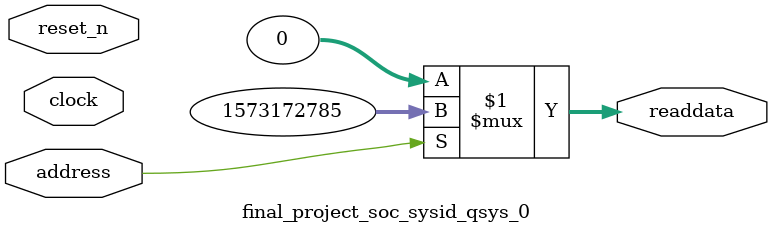
<source format=v>



// synthesis translate_off
`timescale 1ns / 1ps
// synthesis translate_on

// turn off superfluous verilog processor warnings 
// altera message_level Level1 
// altera message_off 10034 10035 10036 10037 10230 10240 10030 

module final_project_soc_sysid_qsys_0 (
               // inputs:
                address,
                clock,
                reset_n,

               // outputs:
                readdata
             )
;

  output  [ 31: 0] readdata;
  input            address;
  input            clock;
  input            reset_n;

  wire    [ 31: 0] readdata;
  //control_slave, which is an e_avalon_slave
  assign readdata = address ? 1573172785 : 0;

endmodule



</source>
